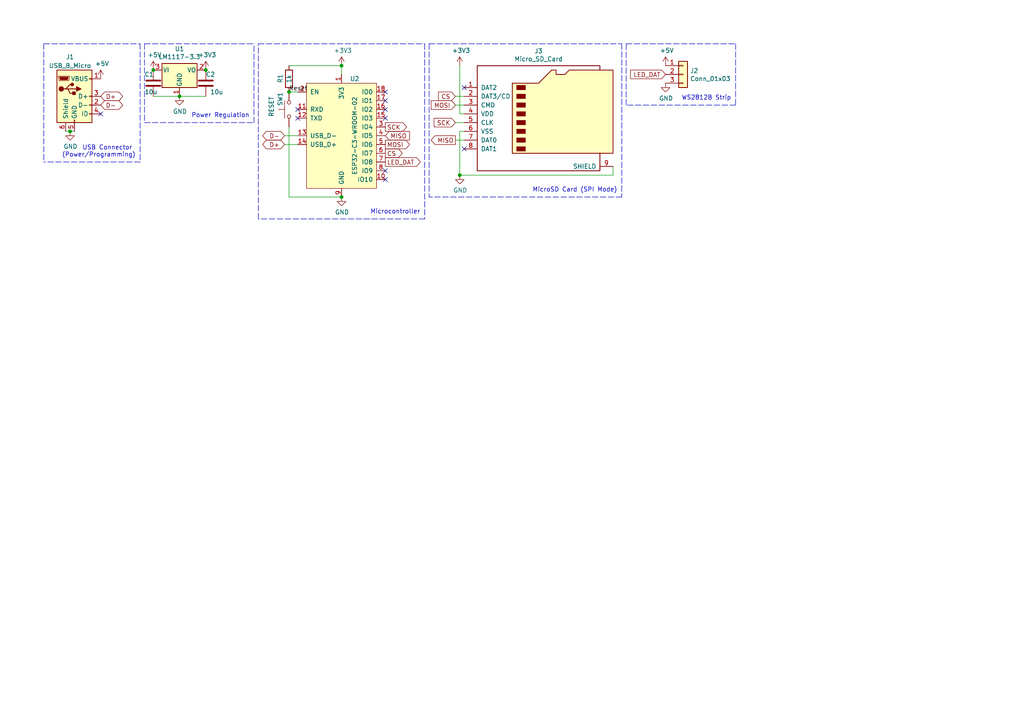
<source format=kicad_sch>
(kicad_sch (version 20211123) (generator eeschema)
  (paper "A4")
  (title_block (title "WS2812B 16x16 Matrix Display") (rev "1.0.0") (company "Willow Herron") (comment 1 "A simple display driver for a 16x16 matrix of WS2812B ARGB LEDs") (comment 2 "Reads an image from an SD card over SPI, and puts it to the display"))
  (lib_symbols
    (symbol "Connector:Micro_SD_Card" (pin_names (offset 1.016))
      (property "Reference" "J" (at -16.51 15.24 0))
      (property "Value" "Micro_SD_Card" (at 16.51 15.24 0))
      (symbol "Micro_SD_Card_0_1"
        (rectangle (start -7.62 -9.525) (end -5.08 -10.795) (fill (type outline)))
        (rectangle (start -7.62 -6.985) (end -5.08 -8.255) (fill (type outline)))
        (rectangle (start -7.62 -4.445) (end -5.08 -5.715) (fill (type outline)))
        (rectangle (start -7.62 -1.905) (end -5.08 -3.175) (fill (type outline)))
        (rectangle (start -7.62 0.635) (end -5.08 -0.635) (fill (type outline)))
        (rectangle (start -7.62 3.175) (end -5.08 1.905) (fill (type outline)))
        (rectangle (start -7.62 5.715) (end -5.08 4.445) (fill (type outline)))
        (rectangle (start -7.62 8.255) (end -5.08 6.985) (fill (type outline)))
        (polyline (pts (xy 16.51 12.7) (xy 16.51 13.97) (xy -19.05 13.97) (xy -19.05 -16.51) (xy 16.51 -16.51) (xy 16.51 -11.43)) (stroke (width 0.254)))
        (polyline (pts (xy -8.89 -11.43) (xy -8.89 8.89) (xy -1.27 8.89) (xy 2.54 12.7) (xy 3.81 12.7) (xy 3.81 11.43) (xy 6.35 11.43) (xy 7.62 12.7) (xy 20.32 12.7) (xy 20.32 -11.43) (xy -8.89 -11.43)) (stroke (width 0.254)) (fill (type background)))
      )
      (symbol "Micro_SD_Card_1_1"
        (pin bidirectional line (at -22.86 7.62 0) (length 3.81) (name "DAT2") (number "1"))
        (pin bidirectional line (at -22.86 5.08 0) (length 3.81) (name "DAT3/CD") (number "2"))
        (pin input line (at -22.86 2.54 0) (length 3.81) (name "CMD") (number "3"))
        (pin power_in line (at -22.86 0 0) (length 3.81) (name "VDD") (number "4"))
        (pin input line (at -22.86 -2.54 0) (length 3.81) (name "CLK") (number "5"))
        (pin power_in line (at -22.86 -5.08 0) (length 3.81) (name "VSS") (number "6"))
        (pin bidirectional line (at -22.86 -7.62 0) (length 3.81) (name "DAT0") (number "7"))
        (pin bidirectional line (at -22.86 -10.16 0) (length 3.81) (name "DAT1") (number "8"))
        (pin passive line (at 20.32 -15.24 180) (length 3.81) (name "SHIELD") (number "9"))
      )
    )
    (symbol "Connector:USB_B_Micro" (pin_names (offset 1.016))
      (property "Reference" "J" (at -5.08 11.43 0))
      (property "Value" "USB_B_Micro" (at -5.08 8.89 0))
      (symbol "USB_B_Micro_0_1"
        (rectangle (start -5.08 -7.62) (end 5.08 7.62) (stroke (width 0.254)) (fill (type background)))
        (circle (center -3.81 2.159) (radius 0.635) (stroke (width 0.254)) (fill (type outline)))
        (circle (center -0.635 3.429) (radius 0.381) (stroke (width 0.254)) (fill (type outline)))
        (rectangle (start -0.127 -7.62) (end 0.127 -6.858))
        (polyline (pts (xy -1.905 2.159) (xy 0.635 2.159)) (stroke (width 0.254)))
        (polyline (pts (xy -3.175 2.159) (xy -2.54 2.159) (xy -1.27 3.429) (xy -0.635 3.429)) (stroke (width 0.254)))
        (polyline (pts (xy -2.54 2.159) (xy -1.905 2.159) (xy -1.27 0.889) (xy 0 0.889)) (stroke (width 0.254)))
        (polyline (pts (xy 0.635 2.794) (xy 0.635 1.524) (xy 1.905 2.159) (xy 0.635 2.794)) (stroke (width 0.254)) (fill (type outline)))
        (polyline (pts (xy -4.318 5.588) (xy -1.778 5.588) (xy -2.032 4.826) (xy -4.064 4.826) (xy -4.318 5.588)) (fill (type outline)))
        (polyline (pts (xy -4.699 5.842) (xy -4.699 5.588) (xy -4.445 4.826) (xy -4.445 4.572) (xy -1.651 4.572) (xy -1.651 4.826) (xy -1.397 5.588) (xy -1.397 5.842) (xy -4.699 5.842)))
        (rectangle (start 0.254 1.27) (end -0.508 0.508) (stroke (width 0.254)) (fill (type outline)))
        (rectangle (start 5.08 -5.207) (end 4.318 -4.953))
        (rectangle (start 5.08 -2.667) (end 4.318 -2.413))
        (rectangle (start 5.08 -0.127) (end 4.318 0.127))
        (rectangle (start 5.08 4.953) (end 4.318 5.207))
      )
      (symbol "USB_B_Micro_1_1"
        (pin power_out line (at 7.62 5.08 180) (length 2.54) (name "VBUS") (number "1"))
        (pin bidirectional line (at 7.62 -2.54 180) (length 2.54) (name "D-") (number "2"))
        (pin bidirectional line (at 7.62 0 180) (length 2.54) (name "D+") (number "3"))
        (pin passive line (at 7.62 -5.08 180) (length 2.54) (name "ID") (number "4"))
        (pin power_out line (at 0 -10.16 90) (length 2.54) (name "GND") (number "5"))
        (pin passive line (at -2.54 -10.16 90) (length 2.54) (name "Shield") (number "6"))
      )
    )
    (symbol "Connector_Generic:Conn_01x03" (pin_names (offset 1.016) hide)
      (property "Reference" "J" (at 0 5.08 0))
      (property "Value" "Conn_01x03" (at 0 -5.08 0))
      (symbol "Conn_01x03_1_1"
        (rectangle (start -1.27 -2.413) (end 0 -2.667) (stroke (width 0.1524)))
        (rectangle (start -1.27 0.127) (end 0 -0.127) (stroke (width 0.1524)))
        (rectangle (start -1.27 2.667) (end 0 2.413) (stroke (width 0.1524)))
        (rectangle (start -1.27 3.81) (end 1.27 -3.81) (stroke (width 0.254)) (fill (type background)))
        (pin passive line (at -5.08 2.54 0) (length 3.81) (name "Pin_1") (number "1"))
        (pin passive line (at -5.08 0 0) (length 3.81) (name "Pin_2") (number "2"))
        (pin passive line (at -5.08 -2.54 0) (length 3.81) (name "Pin_3") (number "3"))
      )
    )
    (symbol "Device:C" (pin_numbers hide) (pin_names (offset 0.254))
      (property "Reference" "C" (at 0.635 2.54 0))
      (property "Value" "C" (at 0.635 -2.54 0))
      (symbol "C_0_1"
        (polyline (pts (xy -2.032 -0.762) (xy 2.032 -0.762)) (stroke (width 0.508)))
        (polyline (pts (xy -2.032 0.762) (xy 2.032 0.762)) (stroke (width 0.508)))
      )
      (symbol "C_1_1"
        (pin passive line (at 0 3.81 270) (length 2.794) (name "~") (number "1"))
        (pin passive line (at 0 -3.81 90) (length 2.794) (name "~") (number "2"))
      )
    )
    (symbol "Device:R" (pin_numbers hide) (pin_names (offset 0))
      (property "Reference" "R" (at 2.032 0 90))
      (property "Value" "R" (at 0 0 90))
      (symbol "R_0_1"
        (rectangle (start -1.016 -2.54) (end 1.016 2.54) (stroke (width 0.254)))
      )
      (symbol "R_1_1"
        (pin passive line (at 0 3.81 270) (length 1.27) (name "~") (number "1"))
        (pin passive line (at 0 -3.81 90) (length 1.27) (name "~") (number "2"))
      )
    )
    (symbol "ESP32:ESP32-C3-WROOM-02" (pin_names (offset 1.016))
      (property "Reference" "U" (at 1.905 16.51 0))
      (property "Value" "ESP32-C3-WROOM-02" (at 0 28.575 0))
      (symbol "ESP32-C3-WROOM-02_0_1"
        (rectangle (start 10.16 15.24) (end -10.16 -15.24) (fill (type background)))
      )
      (symbol "ESP32-C3-WROOM-02_1_1"
        (pin power_in line (at 0 17.78 270) (length 2.54) (name "3V3") (number "1"))
        (pin tri_state line (at 12.7 -12.7 180) (length 2.54) (name "IO10") (number "10"))
        (pin tri_state line (at -12.7 7.62 0) (length 2.54) (name "RXD") (number "11"))
        (pin tri_state line (at -12.7 5.08 0) (length 2.54) (name "TXD") (number "12"))
        (pin bidirectional line (at -12.7 0 0) (length 2.54) (name "USB_D-") (number "13"))
        (pin tri_state line (at -12.7 -2.54 0) (length 2.54) (name "USB_D+") (number "14"))
        (pin tri_state line (at 12.7 5.08 180) (length 2.54) (name "IO3") (number "15"))
        (pin tri_state line (at 12.7 7.62 180) (length 2.54) (name "IO2") (number "16"))
        (pin tri_state line (at 12.7 10.16 180) (length 2.54) (name "IO1") (number "17"))
        (pin tri_state line (at 12.7 12.7 180) (length 2.54) (name "IO0") (number "18"))
        (pin passive line (at 0 -17.78 90) (length 2.54) hide (name "GND") (number "19"))
        (pin input line (at -12.7 12.7 0) (length 2.54) (name "EN") (number "2"))
        (pin tri_state line (at 12.7 2.54 180) (length 2.54) (name "IO4") (number "3"))
        (pin tri_state line (at 12.7 0 180) (length 2.54) (name "IO5") (number "4"))
        (pin tri_state line (at 12.7 -2.54 180) (length 2.54) (name "IO6") (number "5"))
        (pin bidirectional line (at 12.7 -5.08 180) (length 2.54) (name "IO7") (number "6"))
        (pin tri_state line (at 12.7 -7.62 180) (length 2.54) (name "IO8") (number "7"))
        (pin tri_state line (at 12.7 -10.16 180) (length 2.54) (name "IO9") (number "8"))
        (pin power_in line (at 0 -17.78 90) (length 2.54) (name "GND") (number "9"))
      )
    )
    (symbol "Regulator_Linear:LM1117-3.3" (pin_names (offset 0.254))
      (property "Reference" "U" (at -3.81 3.175 0))
      (property "Value" "LM1117-3.3" (at 0 3.175 0))
      (symbol "LM1117-3.3_0_1"
        (rectangle (start -5.08 -5.08) (end 5.08 1.905) (stroke (width 0.254)) (fill (type background)))
      )
      (symbol "LM1117-3.3_1_1"
        (pin power_in line (at 0 -7.62 90) (length 2.54) (name "GND") (number "1"))
        (pin power_out line (at 7.62 0 180) (length 2.54) (name "VO") (number "2"))
        (pin power_in line (at -7.62 0 0) (length 2.54) (name "VI") (number "3"))
      )
    )
    (symbol "Switch:SW_Push" (pin_numbers hide) (pin_names (offset 1.016) hide)
      (property "Reference" "SW" (at 1.27 2.54 0))
      (property "Value" "SW_Push" (at 0 -1.524 0))
      (symbol "SW_Push_0_1"
        (circle (center -2.032 0) (radius 0.508))
        (polyline (pts (xy 0 1.27) (xy 0 3.048)))
        (polyline (pts (xy 2.54 1.27) (xy -2.54 1.27)))
        (circle (center 2.032 0) (radius 0.508))
        (pin passive line (at -5.08 0 0) (length 2.54) (name "1") (number "1"))
        (pin passive line (at 5.08 0 180) (length 2.54) (name "2") (number "2"))
      )
    )
    (symbol "power:+3V3" (power) (pin_names (offset 0))
      (property "Value" "+3V3" (at 0 3.556 0))
      (symbol "+3V3_0_1"
        (polyline (pts (xy -0.762 1.27) (xy 0 2.54)))
        (polyline (pts (xy 0 0) (xy 0 2.54)))
        (polyline (pts (xy 0 2.54) (xy 0.762 1.27)))
      )
      (symbol "+3V3_1_1"
        (pin power_in line (at 0 0 90) (length 0) hide (name "+3V3") (number "1"))
      )
    )
    (symbol "power:+5V" (power) (pin_names (offset 0))
      (property "Value" "+5V" (at 0 3.556 0))
      (symbol "+5V_0_1"
        (polyline (pts (xy -0.762 1.27) (xy 0 2.54)))
        (polyline (pts (xy 0 0) (xy 0 2.54)))
        (polyline (pts (xy 0 2.54) (xy 0.762 1.27)))
      )
      (symbol "+5V_1_1"
        (pin power_in line (at 0 0 90) (length 0) hide (name "+5V") (number "1"))
      )
    )
    (symbol "power:GND" (power) (pin_names (offset 0))
      (property "Value" "GND" (at 0 -3.81 0))
      (symbol "GND_0_1"
        (polyline (pts (xy 0 0) (xy 0 -1.27) (xy 1.27 -1.27) (xy 0 -2.54) (xy -1.27 -1.27) (xy 0 -1.27)))
      )
      (symbol "GND_1_1"
        (pin power_in line (at 0 0 270) (length 0) hide (name "GND") (number "1"))
      )
    )
  )
  (junction (at 20.32 38.1))
  (junction (at 99.06 57.15))
  (junction (at 83.82 26.67))
  (junction (at 99.06 19.05))
  (junction (at 133.35 50.8))
  (junction (at 52.07 27.94))
  (junction (at 59.69 20.32))
  (junction (at 44.45 20.32))
  (no_connect (at 134.62 25.4))
  (no_connect (at 134.62 43.18))
  (no_connect (at 111.76 34.29))
  (no_connect (at 111.76 52.07))
  (no_connect (at 111.76 49.53))
  (no_connect (at 111.76 26.67))
  (no_connect (at 111.76 29.21))
  (no_connect (at 111.76 31.75))
  (no_connect (at 86.36 34.29))
  (no_connect (at 86.36 31.75))
  (no_connect (at 29.21 33.02))
  (polyline (pts (xy 124.46 12.7) (xy 180.34 12.7)))
  (polyline (pts (xy 41.91 35.56) (xy 73.66 35.56)))
  (polyline (pts (xy 12.7 12.7) (xy 40.64 12.7)))
  (polyline (pts (xy 41.91 12.7) (xy 73.66 12.7)))
  (wire (pts (xy 133.35 33.02) (xy 134.62 33.02)))
  (polyline (pts (xy 74.93 63.5) (xy 74.93 12.7)))
  (wire (pts (xy 134.62 38.1) (xy 133.35 38.1)))
  (polyline (pts (xy 123.19 12.7) (xy 123.19 63.5)))
  (wire (pts (xy 44.45 27.94) (xy 52.07 27.94)))
  (wire (pts (xy 177.8 50.8) (xy 133.35 50.8)))
  (polyline (pts (xy 40.64 12.7) (xy 40.64 46.99)))
  (polyline (pts (xy 181.61 12.7) (xy 213.36 12.7)))
  (polyline (pts (xy 181.61 30.48) (xy 181.61 12.7)))
  (polyline (pts (xy 123.19 63.5) (xy 74.93 63.5)))
  (polyline (pts (xy 12.7 12.7) (xy 12.7 46.99)))
  (polyline (pts (xy 74.93 12.7) (xy 123.19 12.7)))
  (wire (pts (xy 133.35 19.05) (xy 133.35 33.02)))
  (wire (pts (xy 82.55 41.91) (xy 86.36 41.91)))
  (wire (pts (xy 177.8 48.26) (xy 177.8 50.8)))
  (wire (pts (xy 132.08 40.64) (xy 134.62 40.64)))
  (polyline (pts (xy 73.66 35.56) (xy 73.66 12.7)))
  (polyline (pts (xy 213.36 30.48) (xy 181.61 30.48)))
  (wire (pts (xy 134.62 30.48) (xy 132.08 30.48)))
  (wire (pts (xy 83.82 57.15) (xy 83.82 36.83)))
  (polyline (pts (xy 41.91 12.7) (xy 41.91 35.56)))
  (wire (pts (xy 99.06 19.05) (xy 99.06 21.59)))
  (polyline (pts (xy 40.64 46.99) (xy 12.7 46.99)))
  (wire (pts (xy 133.35 38.1) (xy 133.35 50.8)))
  (polyline (pts (xy 180.34 12.7) (xy 180.34 57.15)))
  (polyline (pts (xy 124.46 12.7) (xy 124.46 57.15)))
  (wire (pts (xy 134.62 35.56) (xy 132.08 35.56)))
  (polyline (pts (xy 213.36 12.7) (xy 213.36 30.48)))
  (wire (pts (xy 52.07 27.94) (xy 59.69 27.94)))
  (wire (pts (xy 19.05 38.1) (xy 20.32 38.1)))
  (wire (pts (xy 83.82 26.67) (xy 86.36 26.67)))
  (polyline (pts (xy 180.34 57.15) (xy 124.46 57.15)))
  (wire (pts (xy 83.82 19.05) (xy 99.06 19.05)))
  (wire (pts (xy 82.55 39.37) (xy 86.36 39.37)))
  (wire (pts (xy 20.32 38.1) (xy 21.59 38.1)))
  (wire (pts (xy 99.06 57.15) (xy 83.82 57.15)))
  (wire (pts (xy 132.08 27.94) (xy 134.62 27.94)))
  (text "WS2812B Strip" (at 212.09 29.21 180) (effects (font (size 1.27 1.27)) (justify right bottom)))
  (text "MicroSD Card (SPI Mode)" (at 179.07 55.88 180) (effects (font (size 1.27 1.27)) (justify right bottom)))
  (text "Power Regulation" (at 72.39 34.29 180) (effects (font (size 1.27 1.27)) (justify right bottom)))
  (text "USB Connector \n(Power/Programming)" (at 39.37 45.72 180) (effects (font (size 1.27 1.27)) (justify right bottom)))
  (text "Microcontroller" (at 121.92 62.23 180) (effects (font (size 1.27 1.27)) (justify right bottom)))
  (label "Reset" (at 83.82 26.67 0))
  (global_label "CS" (shape output) (at 111.76 44.45 0) (property "Intersheet References" "${INTERSHEET_REFS}" (effects hide)))
  (global_label "CS" (shape input) (at 132.08 27.94 180) (property "Intersheet References" "${INTERSHEET_REFS}" (effects hide)))
  (global_label "D-" (shape bidirectional) (at 82.55 39.37 180) (property "Intersheet References" "${INTERSHEET_REFS}" (effects hide)))
  (global_label "MISO" (shape output) (at 132.08 40.64 180) (property "Intersheet References" "${INTERSHEET_REFS}" (effects hide)))
  (global_label "SCK" (shape input) (at 132.08 35.56 180) (property "Intersheet References" "${INTERSHEET_REFS}" (effects hide)))
  (global_label "LED_DAT" (shape output) (at 111.76 46.99 0) (property "Intersheet References" "${INTERSHEET_REFS}" (effects hide)))
  (global_label "D+" (shape bidirectional) (at 29.21 27.94 0) (property "Intersheet References" "${INTERSHEET_REFS}" (effects hide)))
  (global_label "SCK" (shape output) (at 111.76 36.83 0) (property "Intersheet References" "${INTERSHEET_REFS}" (effects hide)))
  (global_label "MOSI" (shape input) (at 132.08 30.48 180) (property "Intersheet References" "${INTERSHEET_REFS}" (effects hide)))
  (global_label "D-" (shape bidirectional) (at 29.21 30.48 0) (property "Intersheet References" "${INTERSHEET_REFS}" (effects hide)))
  (global_label "LED_DAT" (shape input) (at 193.04 21.59 180) (property "Intersheet References" "${INTERSHEET_REFS}" (effects hide)))
  (global_label "MISO" (shape input) (at 111.76 39.37 0) (property "Intersheet References" "${INTERSHEET_REFS}" (effects hide)))
  (global_label "MOSI" (shape output) (at 111.76 41.91 0) (property "Intersheet References" "${INTERSHEET_REFS}" (effects hide)))
  (global_label "D+" (shape bidirectional) (at 82.55 41.91 180) (property "Intersheet References" "${INTERSHEET_REFS}" (effects hide)))
  (symbol (lib_id "Connector:Micro_SD_Card") (at 157.48 33.02 0) (unit 1)
    (property "Reference" "J3" (at 156.21 14.8082 0))
    (property "Value" "Micro_SD_Card" (at 156.21 17.1196 0))
    (property "Footprint" "Connector_Card:microSD_HC_Wuerth_693072010801" (effects hide))
    (property "Datasheet" "http://katalog.we-online.de/em/datasheet/693072010801.pdf" (effects hide))
  )
  (symbol (lib_id "power:GND") (at 133.35 50.8 0) (unit 1)
    (property "Reference" "#PWR0103" (effects hide))
    (property "Value" "GND" (at 133.477 55.1942 0))
  )
  (symbol (lib_id "power:+3V3") (at 133.35 19.05 0) (unit 1)
    (property "Reference" "#PWR0104" (effects hide))
    (property "Value" "+3V3" (at 133.731 14.6558 0))
  )
  (symbol (lib_id "Connector:USB_B_Micro") (at 21.59 27.94 0) (unit 1)
    (property "Reference" "J1" (at 20.32 16.51 0))
    (property "Value" "USB_B_Micro" (at 20.32 19.05 0))
    (property "Footprint" "Connector_USB:USB_Micro-B_Wuerth_629105150521" (effects hide))
  )
  (symbol (lib_id "ESP32:ESP32-C3-WROOM-02") (at 99.06 39.37 0) (unit 1)
    (property "Reference" "U2" (at 102.87 22.86 0))
    (property "Value" "ESP32-C3-WROOM-02" (at 102.87 39.37 90))
    (property "Footprint" "RF_Module:ESP-WROOM-02" (effects hide))
  )
  (symbol (lib_id "power:+3V3") (at 99.06 19.05 0) (unit 1)
    (property "Reference" "#PWR0101" (effects hide))
    (property "Value" "+3V3" (at 99.441 14.6558 0))
  )
  (symbol (lib_id "power:GND") (at 99.06 57.15 0) (unit 1)
    (property "Reference" "#PWR0102" (effects hide))
    (property "Value" "GND" (at 99.187 61.5442 0))
  )
  (symbol (lib_id "Device:R") (at 83.82 22.86 180) (unit 1)
    (property "Reference" "R1" (at 81.28 24.13 90) (effects (justify right)))
    (property "Value" "1k" (at 83.82 24.13 90) (effects (justify right)))
    (property "Footprint" "Resistor_SMD:R_0805_2012Metric_Pad1.20x1.40mm_HandSolder" (effects hide))
  )
  (symbol (lib_id "power:+5V") (at 29.21 22.86 0) (unit 1)
    (property "Reference" "#PWR0105" (effects hide))
    (property "Value" "+5V" (at 29.591 18.4658 0))
  )
  (symbol (lib_id "Regulator_Linear:LM1117-3.3") (at 52.07 20.32 0) (unit 1)
    (property "Reference" "U1" (at 52.07 14.1732 0))
    (property "Value" "LM1117-3.3" (at 52.07 16.4846 0))
    (property "Footprint" "Package_TO_SOT_SMD:SOT-223-3_TabPin2" (effects hide))
    (property "Datasheet" "http://www.ti.com/lit/ds/symlink/lm1117.pdf" (effects hide))
  )
  (symbol (lib_id "Switch:SW_Push") (at 83.82 31.75 90) (unit 1)
    (property "Reference" "SW1" (at 81.28 26.67 0) (effects (justify right)))
    (property "Value" "RESET" (at 78.74 27.94 0) (effects (justify right)))
    (property "Footprint" "Button_Switch_SMD:SW_SPST_EVQP7C" (effects hide))
  )
  (symbol (lib_id "power:+5V") (at 44.45 20.32 0) (unit 1)
    (property "Reference" "#PWR0106" (effects hide))
    (property "Value" "+5V" (at 44.831 15.9258 0))
  )
  (symbol (lib_id "power:+3V3") (at 59.69 20.32 0) (unit 1)
    (property "Reference" "#PWR0107" (effects hide))
    (property "Value" "+3V3" (at 60.071 15.9258 0))
  )
  (symbol (lib_id "Device:C") (at 59.69 24.13 0) (unit 1)
    (property "Reference" "C2" (at 59.69 21.59 0) (effects (justify left)))
    (property "Value" "10u" (at 60.96 26.67 0) (effects (justify left)))
    (property "Footprint" "Capacitor_SMD:C_0805_2012Metric_Pad1.18x1.45mm_HandSolder" (effects hide))
  )
  (symbol (lib_id "Device:C") (at 44.45 24.13 0) (unit 1)
    (property "Reference" "C1" (at 41.91 21.59 0) (effects (justify left)))
    (property "Value" "10u" (at 41.91 26.67 0) (effects (justify left)))
    (property "Footprint" "Capacitor_SMD:C_0805_2012Metric_Pad1.18x1.45mm_HandSolder" (effects hide))
  )
  (symbol (lib_id "power:GND") (at 20.32 38.1 0) (unit 1)
    (property "Reference" "#PWR0108" (effects hide))
    (property "Value" "GND" (at 20.447 42.4942 0))
  )
  (symbol (lib_id "Connector_Generic:Conn_01x03") (at 198.12 21.59 0) (unit 1)
    (property "Reference" "J2" (at 200.152 20.5232 0) (effects (justify left)))
    (property "Value" "Conn_01x03" (at 200.152 22.8346 0) (effects (justify left)))
    (property "Footprint" "Connector_Wire:SolderWire-0.5sqmm_1x03_P4.6mm_D0.9mm_OD2.1mm" (effects hide))
  )
  (symbol (lib_id "power:GND") (at 193.04 24.13 0) (unit 1)
    (property "Reference" "#PWR0109" (effects hide))
    (property "Value" "GND" (at 193.167 28.5242 0))
  )
  (symbol (lib_id "power:+5V") (at 193.04 19.05 0) (unit 1)
    (property "Reference" "#PWR0110" (effects hide))
    (property "Value" "+5V" (at 193.421 14.6558 0))
  )
  (symbol (lib_id "power:GND") (at 52.07 27.94 0) (unit 1)
    (property "Reference" "#PWR0111" (effects hide))
    (property "Value" "GND" (at 52.197 32.3342 0))
  )
)
</source>
